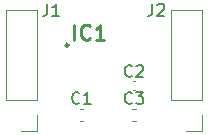
<source format=gbr>
%TF.GenerationSoftware,KiCad,Pcbnew,5.1.8-db9833491~87~ubuntu20.04.1*%
%TF.CreationDate,2020-11-21T16:44:56+09:00*%
%TF.ProjectId,ICM-42688-P_breakout,49434d2d-3432-4363-9838-2d505f627265,V1.0.0*%
%TF.SameCoordinates,Original*%
%TF.FileFunction,Legend,Top*%
%TF.FilePolarity,Positive*%
%FSLAX46Y46*%
G04 Gerber Fmt 4.6, Leading zero omitted, Abs format (unit mm)*
G04 Created by KiCad (PCBNEW 5.1.8-db9833491~87~ubuntu20.04.1) date 2020-11-21 16:44:56*
%MOMM*%
%LPD*%
G01*
G04 APERTURE LIST*
%ADD10C,0.120000*%
%ADD11C,0.250000*%
%ADD12C,0.150000*%
%ADD13C,0.254000*%
G04 APERTURE END LIST*
D10*
%TO.C,J2*%
X144205000Y-85665000D02*
X141545000Y-85665000D01*
X144205000Y-93345000D02*
X144205000Y-85665000D01*
X141545000Y-93345000D02*
X141545000Y-85665000D01*
X144205000Y-93345000D02*
X141545000Y-93345000D01*
X144205000Y-94615000D02*
X144205000Y-95945000D01*
X144205000Y-95945000D02*
X142875000Y-95945000D01*
%TO.C,J1*%
X130235000Y-85665000D02*
X127575000Y-85665000D01*
X130235000Y-93345000D02*
X130235000Y-85665000D01*
X127575000Y-93345000D02*
X127575000Y-85665000D01*
X130235000Y-93345000D02*
X127575000Y-93345000D01*
X130235000Y-94615000D02*
X130235000Y-95945000D01*
X130235000Y-95945000D02*
X128905000Y-95945000D01*
%TO.C,C3*%
X138289420Y-94105000D02*
X138570580Y-94105000D01*
X138289420Y-95125000D02*
X138570580Y-95125000D01*
%TO.C,C2*%
X138322164Y-91715000D02*
X138537836Y-91715000D01*
X138322164Y-92435000D02*
X138537836Y-92435000D01*
%TO.C,C1*%
X133844420Y-94105000D02*
X134125580Y-94105000D01*
X133844420Y-95125000D02*
X134125580Y-95125000D01*
D11*
%TO.C,IC1*%
X132895000Y-88670000D02*
G75*
G03*
X132895000Y-88670000I-125000J0D01*
G01*
%TO.C,J2*%
D12*
X140001666Y-85177380D02*
X140001666Y-85891666D01*
X139954047Y-86034523D01*
X139858809Y-86129761D01*
X139715952Y-86177380D01*
X139620714Y-86177380D01*
X140430238Y-85272619D02*
X140477857Y-85225000D01*
X140573095Y-85177380D01*
X140811190Y-85177380D01*
X140906428Y-85225000D01*
X140954047Y-85272619D01*
X141001666Y-85367857D01*
X141001666Y-85463095D01*
X140954047Y-85605952D01*
X140382619Y-86177380D01*
X141001666Y-86177380D01*
%TO.C,J1*%
X131111666Y-85177380D02*
X131111666Y-85891666D01*
X131064047Y-86034523D01*
X130968809Y-86129761D01*
X130825952Y-86177380D01*
X130730714Y-86177380D01*
X132111666Y-86177380D02*
X131540238Y-86177380D01*
X131825952Y-86177380D02*
X131825952Y-85177380D01*
X131730714Y-85320238D01*
X131635476Y-85415476D01*
X131540238Y-85463095D01*
%TO.C,C3*%
X138263333Y-93542142D02*
X138215714Y-93589761D01*
X138072857Y-93637380D01*
X137977619Y-93637380D01*
X137834761Y-93589761D01*
X137739523Y-93494523D01*
X137691904Y-93399285D01*
X137644285Y-93208809D01*
X137644285Y-93065952D01*
X137691904Y-92875476D01*
X137739523Y-92780238D01*
X137834761Y-92685000D01*
X137977619Y-92637380D01*
X138072857Y-92637380D01*
X138215714Y-92685000D01*
X138263333Y-92732619D01*
X138596666Y-92637380D02*
X139215714Y-92637380D01*
X138882380Y-93018333D01*
X139025238Y-93018333D01*
X139120476Y-93065952D01*
X139168095Y-93113571D01*
X139215714Y-93208809D01*
X139215714Y-93446904D01*
X139168095Y-93542142D01*
X139120476Y-93589761D01*
X139025238Y-93637380D01*
X138739523Y-93637380D01*
X138644285Y-93589761D01*
X138596666Y-93542142D01*
%TO.C,C2*%
X138263333Y-91272142D02*
X138215714Y-91319761D01*
X138072857Y-91367380D01*
X137977619Y-91367380D01*
X137834761Y-91319761D01*
X137739523Y-91224523D01*
X137691904Y-91129285D01*
X137644285Y-90938809D01*
X137644285Y-90795952D01*
X137691904Y-90605476D01*
X137739523Y-90510238D01*
X137834761Y-90415000D01*
X137977619Y-90367380D01*
X138072857Y-90367380D01*
X138215714Y-90415000D01*
X138263333Y-90462619D01*
X138644285Y-90462619D02*
X138691904Y-90415000D01*
X138787142Y-90367380D01*
X139025238Y-90367380D01*
X139120476Y-90415000D01*
X139168095Y-90462619D01*
X139215714Y-90557857D01*
X139215714Y-90653095D01*
X139168095Y-90795952D01*
X138596666Y-91367380D01*
X139215714Y-91367380D01*
%TO.C,C1*%
X133818333Y-93542142D02*
X133770714Y-93589761D01*
X133627857Y-93637380D01*
X133532619Y-93637380D01*
X133389761Y-93589761D01*
X133294523Y-93494523D01*
X133246904Y-93399285D01*
X133199285Y-93208809D01*
X133199285Y-93065952D01*
X133246904Y-92875476D01*
X133294523Y-92780238D01*
X133389761Y-92685000D01*
X133532619Y-92637380D01*
X133627857Y-92637380D01*
X133770714Y-92685000D01*
X133818333Y-92732619D01*
X134770714Y-93637380D02*
X134199285Y-93637380D01*
X134485000Y-93637380D02*
X134485000Y-92637380D01*
X134389761Y-92780238D01*
X134294523Y-92875476D01*
X134199285Y-92923095D01*
%TO.C,IC1*%
D13*
X133380238Y-88204523D02*
X133380238Y-86934523D01*
X134710714Y-88083571D02*
X134650238Y-88144047D01*
X134468809Y-88204523D01*
X134347857Y-88204523D01*
X134166428Y-88144047D01*
X134045476Y-88023095D01*
X133985000Y-87902142D01*
X133924523Y-87660238D01*
X133924523Y-87478809D01*
X133985000Y-87236904D01*
X134045476Y-87115952D01*
X134166428Y-86995000D01*
X134347857Y-86934523D01*
X134468809Y-86934523D01*
X134650238Y-86995000D01*
X134710714Y-87055476D01*
X135920238Y-88204523D02*
X135194523Y-88204523D01*
X135557380Y-88204523D02*
X135557380Y-86934523D01*
X135436428Y-87115952D01*
X135315476Y-87236904D01*
X135194523Y-87297380D01*
%TD*%
M02*

</source>
